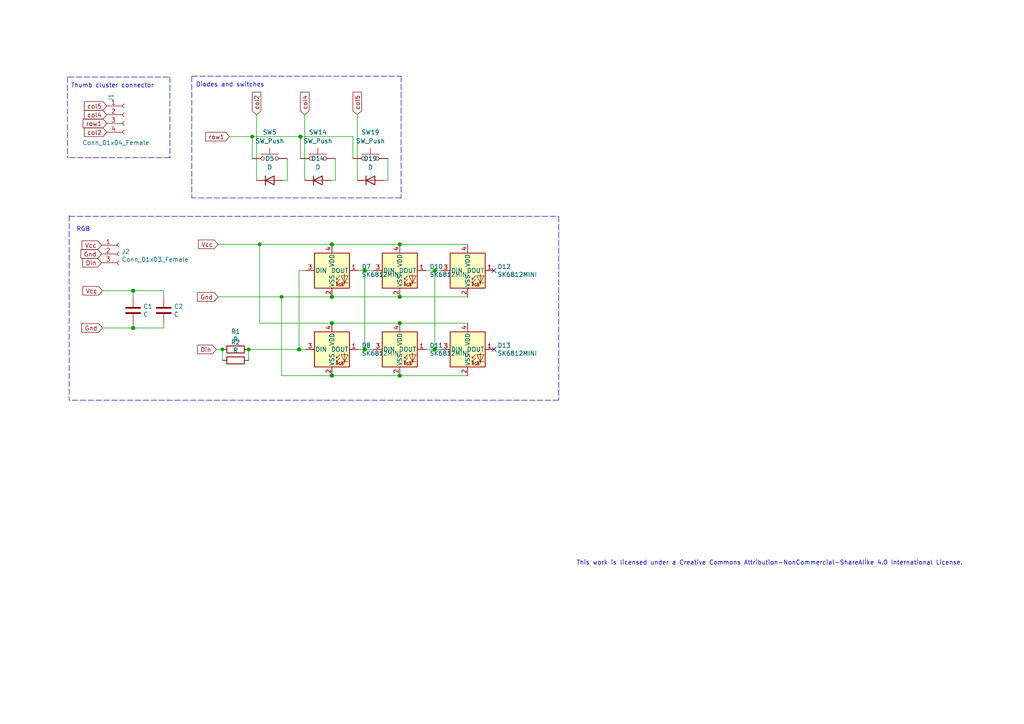
<source format=kicad_sch>
(kicad_sch (version 20211123) (generator eeschema)
  (paper "A4")
  (title_block (title "flex.sch") (date "2022-01-13") (rev "2.1") (company "bastard keyboards") (comment 3 "CC BY-NC-SA 4.0") (comment 4 "Copyright Quentin Lebastard 2022"))
  (lib_symbols
    (symbol "Connector:Conn_01x03_Female" (pin_names (offset 1.016) hide)
      (property "Reference" "J" (at 0 5.08 0))
      (property "Value" "Conn_01x03_Female" (at 0 -5.08 0))
      (symbol "Conn_01x03_Female_1_1"
        (arc (start 0 -2.032) (mid -0.508 -2.54) (end 0 -3.048) (stroke (width 0.1524)))
        (polyline (pts (xy -1.27 -2.54) (xy -0.508 -2.54)) (stroke (width 0.1524)))
        (polyline (pts (xy -1.27 0) (xy -0.508 0)) (stroke (width 0.1524)))
        (polyline (pts (xy -1.27 2.54) (xy -0.508 2.54)) (stroke (width 0.1524)))
        (arc (start 0 0.508) (mid -0.508 0) (end 0 -0.508) (stroke (width 0.1524)))
        (arc (start 0 3.048) (mid -0.508 2.54) (end 0 2.032) (stroke (width 0.1524)))
        (pin passive line (at -5.08 2.54 0) (length 3.81) (name "Pin_1") (number "1"))
        (pin passive line (at -5.08 0 0) (length 3.81) (name "Pin_2") (number "2"))
        (pin passive line (at -5.08 -2.54 0) (length 3.81) (name "Pin_3") (number "3"))
      )
    )
    (symbol "Connector:Conn_01x04_Female" (pin_names (offset 1.016) hide)
      (property "Reference" "J" (at 0 5.08 0))
      (property "Value" "Conn_01x04_Female" (at 0 -7.62 0))
      (symbol "Conn_01x04_Female_1_1"
        (arc (start 0 -4.572) (mid -0.508 -5.08) (end 0 -5.588) (stroke (width 0.1524)))
        (arc (start 0 -2.032) (mid -0.508 -2.54) (end 0 -3.048) (stroke (width 0.1524)))
        (polyline (pts (xy -1.27 -5.08) (xy -0.508 -5.08)) (stroke (width 0.1524)))
        (polyline (pts (xy -1.27 -2.54) (xy -0.508 -2.54)) (stroke (width 0.1524)))
        (polyline (pts (xy -1.27 0) (xy -0.508 0)) (stroke (width 0.1524)))
        (polyline (pts (xy -1.27 2.54) (xy -0.508 2.54)) (stroke (width 0.1524)))
        (arc (start 0 0.508) (mid -0.508 0) (end 0 -0.508) (stroke (width 0.1524)))
        (arc (start 0 3.048) (mid -0.508 2.54) (end 0 2.032) (stroke (width 0.1524)))
        (pin passive line (at -5.08 2.54 0) (length 3.81) (name "Pin_1") (number "1"))
        (pin passive line (at -5.08 0 0) (length 3.81) (name "Pin_2") (number "2"))
        (pin passive line (at -5.08 -2.54 0) (length 3.81) (name "Pin_3") (number "3"))
        (pin passive line (at -5.08 -5.08 0) (length 3.81) (name "Pin_4") (number "4"))
      )
    )
    (symbol "Device:C" (pin_numbers hide) (pin_names (offset 0.254))
      (property "Reference" "C" (at 0.635 2.54 0))
      (property "Value" "C" (at 0.635 -2.54 0))
      (symbol "C_0_1"
        (polyline (pts (xy -2.032 -0.762) (xy 2.032 -0.762)) (stroke (width 0.508)))
        (polyline (pts (xy -2.032 0.762) (xy 2.032 0.762)) (stroke (width 0.508)))
      )
      (symbol "C_1_1"
        (pin passive line (at 0 3.81 270) (length 2.794) (name "~") (number "1"))
        (pin passive line (at 0 -3.81 90) (length 2.794) (name "~") (number "2"))
      )
    )
    (symbol "Device:D" (pin_numbers hide) (pin_names hide)
      (property "Reference" "D" (at 0 2.54 0))
      (property "Value" "D" (at 0 -2.54 0))
      (symbol "D_0_1"
        (polyline (pts (xy -1.27 1.27) (xy -1.27 -1.27)) (stroke (width 0.254)))
        (polyline (pts (xy 1.27 0) (xy -1.27 0)))
        (polyline (pts (xy 1.27 1.27) (xy 1.27 -1.27) (xy -1.27 0) (xy 1.27 1.27)) (stroke (width 0.254)))
      )
      (symbol "D_1_1"
        (pin passive line (at -3.81 0 0) (length 2.54) (name "K") (number "1"))
        (pin passive line (at 3.81 0 180) (length 2.54) (name "A") (number "2"))
      )
    )
    (symbol "Device:R" (pin_numbers hide) (pin_names (offset 0))
      (property "Reference" "R" (at 2.032 0 90))
      (property "Value" "R" (at 0 0 90))
      (symbol "R_0_1"
        (rectangle (start -1.016 -2.54) (end 1.016 2.54) (stroke (width 0.254)))
      )
      (symbol "R_1_1"
        (pin passive line (at 0 3.81 270) (length 1.27) (name "~") (number "1"))
        (pin passive line (at 0 -3.81 90) (length 1.27) (name "~") (number "2"))
      )
    )
    (symbol "LED:SK6812MINI" (pin_names (offset 0.254))
      (property "Reference" "D" (at 5.08 5.715 0))
      (property "Value" "SK6812MINI" (at 1.27 -5.715 0))
      (symbol "SK6812MINI_0_0"
        (text "RGB" (at 2.286 -4.191 0) (effects (font (size 0.762 0.762))))
      )
      (symbol "SK6812MINI_0_1"
        (polyline (pts (xy 1.27 -3.556) (xy 1.778 -3.556)))
        (polyline (pts (xy 1.27 -2.54) (xy 1.778 -2.54)))
        (polyline (pts (xy 4.699 -3.556) (xy 2.667 -3.556)))
        (polyline (pts (xy 2.286 -2.54) (xy 1.27 -3.556) (xy 1.27 -3.048)))
        (polyline (pts (xy 2.286 -1.524) (xy 1.27 -2.54) (xy 1.27 -2.032)))
        (polyline (pts (xy 3.683 -1.016) (xy 3.683 -3.556) (xy 3.683 -4.064)))
        (polyline (pts (xy 4.699 -1.524) (xy 2.667 -1.524) (xy 3.683 -3.556) (xy 4.699 -1.524)))
        (rectangle (start 5.08 5.08) (end -5.08 -5.08) (stroke (width 0.254)) (fill (type background)))
      )
      (symbol "SK6812MINI_1_1"
        (pin output line (at 7.62 0 180) (length 2.54) (name "DOUT") (number "1"))
        (pin power_in line (at 0 -7.62 90) (length 2.54) (name "VSS") (number "2"))
        (pin input line (at -7.62 0 0) (length 2.54) (name "DIN") (number "3"))
        (pin power_in line (at 0 7.62 270) (length 2.54) (name "VDD") (number "4"))
      )
    )
    (symbol "Switch:SW_Push" (pin_numbers hide) (pin_names hide)
      (property "Reference" "SW" (at 1.27 2.54 0))
      (property "Value" "SW_Push" (at 0 -1.524 0))
      (symbol "SW_Push_0_1"
        (circle (center -2.032 0) (radius 0.508))
        (polyline (pts (xy 0 1.27) (xy 0 3.048)))
        (polyline (pts (xy 2.54 1.27) (xy -2.54 1.27)))
        (circle (center 2.032 0) (radius 0.508))
        (pin passive line (at -5.08 0 0) (length 2.54) (name "1") (number "1"))
        (pin passive line (at 5.08 0 180) (length 2.54) (name "2") (number "2"))
      )
    )
  )
  (junction (at 96.266 86.106) (diameter 1.016))
  (junction (at 115.951 108.966) (diameter 1.016))
  (junction (at 86.741 101.346) (diameter 1.016))
  (junction (at 105.791 101.346) (diameter 1.016))
  (junction (at 115.951 86.106) (diameter 1.016))
  (junction (at 87.122 39.624) (diameter 1.016))
  (junction (at 75.311 70.866))
  (junction (at 38.608 84.328) (diameter 1.016))
  (junction (at 115.951 70.866) (diameter 1.016))
  (junction (at 96.266 93.726) (diameter 1.016))
  (junction (at 73.152 39.624))
  (junction (at 115.951 93.726) (diameter 1.016))
  (junction (at 126.111 78.486) (diameter 1.016))
  (junction (at 126.111 101.346) (diameter 1.016))
  (junction (at 38.608 95.123) (diameter 1.016))
  (junction (at 96.266 108.966) (diameter 1.016))
  (junction (at 64.516 101.346))
  (junction (at 81.661 86.106))
  (junction (at 96.266 70.866) (diameter 1.016))
  (junction (at 105.791 78.486) (diameter 1.016))
  (junction (at 72.136 101.346))
  (no_connect (at 143.256 101.346))
  (no_connect (at 143.256 78.486))
  (polyline (pts (xy 20.066 62.738) (xy 162.052 62.738)))
  (wire (pts (xy 126.111 78.486) (xy 128.016 78.486)))
  (wire (pts (xy 115.951 108.966) (xy 135.636 108.966)))
  (wire (pts (xy 73.152 39.624) (xy 87.122 39.624)))
  (wire (pts (xy 126.111 101.346) (xy 128.016 101.346)))
  (wire (pts (xy 112.522 52.324) (xy 111.252 52.324)))
  (wire (pts (xy 83.312 45.974) (xy 83.312 52.324)))
  (wire (pts (xy 29.718 95.123) (xy 38.608 95.123)))
  (wire (pts (xy 81.661 86.106) (xy 96.266 86.106)))
  (polyline (pts (xy 55.626 22.098) (xy 55.626 57.404)))
  (wire (pts (xy 96.266 93.726) (xy 115.951 93.726)))
  (wire (pts (xy 96.266 70.866) (xy 115.951 70.866)))
  (wire (pts (xy 86.741 78.486) (xy 88.646 78.486)))
  (wire (pts (xy 63.246 86.106) (xy 81.661 86.106)))
  (wire (pts (xy 47.498 95.123) (xy 47.498 93.853)))
  (polyline (pts (xy 49.276 22.352) (xy 49.276 45.72)))
  (wire (pts (xy 74.422 33.274) (xy 74.422 52.324)))
  (wire (pts (xy 75.311 93.726) (xy 96.266 93.726)))
  (wire (pts (xy 62.738 101.346) (xy 64.516 101.346)))
  (wire (pts (xy 123.571 78.486) (xy 126.111 78.486)))
  (wire (pts (xy 73.152 39.624) (xy 73.152 45.974)))
  (wire (pts (xy 96.266 108.966) (xy 115.951 108.966)))
  (wire (pts (xy 103.886 101.346) (xy 105.791 101.346)))
  (polyline (pts (xy 162.052 116.078) (xy 20.066 116.078)))
  (wire (pts (xy 47.498 84.328) (xy 47.498 86.233)))
  (polyline (pts (xy 162.052 62.738) (xy 162.052 116.078)))
  (wire (pts (xy 87.122 39.624) (xy 102.362 39.624)))
  (wire (pts (xy 115.951 70.866) (xy 135.636 70.866)))
  (wire (pts (xy 75.311 70.866) (xy 75.311 93.726)))
  (polyline (pts (xy 19.812 22.352) (xy 49.276 22.352)))
  (wire (pts (xy 88.392 33.274) (xy 88.392 52.324)))
  (wire (pts (xy 38.608 84.328) (xy 47.498 84.328)))
  (wire (pts (xy 81.661 108.966) (xy 96.266 108.966)))
  (wire (pts (xy 126.111 78.486) (xy 126.111 101.346)))
  (wire (pts (xy 115.951 93.726) (xy 135.636 93.726)))
  (wire (pts (xy 81.661 108.966) (xy 81.661 86.106)))
  (wire (pts (xy 86.741 78.486) (xy 86.741 101.346)))
  (wire (pts (xy 38.608 84.328) (xy 38.608 86.233)))
  (wire (pts (xy 75.311 70.866) (xy 96.266 70.866)))
  (wire (pts (xy 97.282 52.324) (xy 96.012 52.324)))
  (polyline (pts (xy 116.332 57.404) (xy 55.626 57.404)))
  (wire (pts (xy 72.136 101.346) (xy 86.741 101.346)))
  (wire (pts (xy 96.266 86.106) (xy 115.951 86.106)))
  (wire (pts (xy 112.522 45.974) (xy 112.522 52.324)))
  (wire (pts (xy 29.718 84.328) (xy 38.608 84.328)))
  (wire (pts (xy 38.608 93.853) (xy 38.608 95.123)))
  (wire (pts (xy 105.791 78.486) (xy 105.791 101.346)))
  (wire (pts (xy 105.791 78.486) (xy 108.331 78.486)))
  (wire (pts (xy 103.886 78.486) (xy 105.791 78.486)))
  (wire (pts (xy 64.516 101.346) (xy 64.516 104.521)))
  (wire (pts (xy 115.951 86.106) (xy 135.636 86.106)))
  (wire (pts (xy 105.791 101.346) (xy 108.331 101.346)))
  (wire (pts (xy 38.608 95.123) (xy 47.498 95.123)))
  (wire (pts (xy 103.632 33.274) (xy 103.632 52.324)))
  (polyline (pts (xy 49.276 45.72) (xy 19.558 45.72)))
  (polyline (pts (xy 19.558 22.352) (xy 19.558 45.72)))
  (wire (pts (xy 86.741 101.346) (xy 88.646 101.346)))
  (wire (pts (xy 63.246 70.866) (xy 75.311 70.866)))
  (wire (pts (xy 102.362 39.624) (xy 102.362 45.974)))
  (wire (pts (xy 83.312 52.324) (xy 82.042 52.324)))
  (polyline (pts (xy 116.332 22.098) (xy 116.332 57.404)))
  (polyline (pts (xy 55.626 22.098) (xy 116.332 22.098)))
  (wire (pts (xy 66.548 39.624) (xy 73.152 39.624)))
  (wire (pts (xy 87.122 39.624) (xy 87.122 45.974)))
  (wire (pts (xy 72.136 104.521) (xy 72.136 101.346)))
  (wire (pts (xy 123.571 101.346) (xy 126.111 101.346)))
  (polyline (pts (xy 20.066 62.484) (xy 20.066 116.078)))
  (wire (pts (xy 97.282 45.974) (xy 97.282 52.324)))
  (text "Diodes and switches" (at 76.708 25.4 180) (effects (font (size 1.27 1.27)) (justify right bottom)))
  (text "This work is licensed under a Creative Commons Attribution-NonCommercial-ShareAlike 4.0 International License." (at 167.132 164.084 0) (effects (font (size 1.27 1.27)) (justify left bottom)))
  (text "RGB" (at 26.162 67.31 180) (effects (font (size 1.27 1.27)) (justify right bottom)))
  (text "Thumb cluster connector" (at 44.704 25.654 180) (effects (font (size 1.27 1.27)) (justify right bottom)))
  (global_label "Gnd" (shape input) (at 29.464 73.66 180) (property "Intersheet References" "${INTERSHEET_REFS}" (effects hide)))
  (global_label "Vcc" (shape input) (at 29.464 71.12 180) (property "Intersheet References" "${INTERSHEET_REFS}" (effects hide)))
  (global_label "col5" (shape input) (at 30.988 30.734 180) (property "Intersheet References" "${INTERSHEET_REFS}" (effects hide)))
  (global_label "row1" (shape input) (at 30.988 35.814 180) (property "Intersheet References" "${INTERSHEET_REFS}" (effects hide)))
  (global_label "col4" (shape input) (at 30.988 33.274 180) (property "Intersheet References" "${INTERSHEET_REFS}" (effects hide)))
  (global_label "Din" (shape input) (at 62.738 101.346 180) (property "Intersheet References" "${INTERSHEET_REFS}" (effects hide)))
  (global_label "Gnd" (shape input) (at 63.246 86.106 180) (property "Intersheet References" "${INTERSHEET_REFS}" (effects hide)))
  (global_label "Vcc" (shape input) (at 63.246 70.866 180) (property "Intersheet References" "${INTERSHEET_REFS}" (effects hide)))
  (global_label "col4" (shape input) (at 88.392 33.274 90) (property "Intersheet References" "${INTERSHEET_REFS}" (effects hide)))
  (global_label "col2" (shape input) (at 74.422 33.274 90) (property "Intersheet References" "${INTERSHEET_REFS}" (effects hide)))
  (global_label "Gnd" (shape input) (at 29.718 95.123 180) (property "Intersheet References" "${INTERSHEET_REFS}" (effects hide)))
  (global_label "Vcc" (shape input) (at 29.718 84.328 180) (property "Intersheet References" "${INTERSHEET_REFS}" (effects hide)))
  (global_label "col2" (shape input) (at 30.988 38.354 180) (property "Intersheet References" "${INTERSHEET_REFS}" (effects hide)))
  (global_label "row1" (shape input) (at 66.548 39.624 180) (property "Intersheet References" "${INTERSHEET_REFS}" (effects hide)))
  (global_label "col5" (shape input) (at 103.632 33.274 90) (property "Intersheet References" "${INTERSHEET_REFS}" (effects hide)))
  (global_label "Din" (shape input) (at 29.464 76.2 180) (property "Intersheet References" "${INTERSHEET_REFS}" (effects hide)))
  (symbol (lib_id "LED:SK6812MINI") (at 135.636 78.486 0) (unit 1)
    (property "Reference" "D12" (at 144.2721 77.3366 0) (effects (justify left)))
    (property "Value" "SK6812MINI" (at 144.2721 79.6353 0) (effects (justify left)))
    (property "Footprint" "libs2:YS-SK6812MINI-E_REVERSE" (effects hide))
    (property "Datasheet" "https://cdn-shop.adafruit.com/product-files/2686/SK6812MINI_REV.01-1-2.pdf" (effects hide))
  )
  (symbol (lib_id "Device:C") (at 38.608 90.043 0) (unit 1)
    (property "Reference" "C1" (at 41.5291 88.8936 0) (effects (justify left)))
    (property "Value" "C" (at 41.5291 91.1923 0) (effects (justify left)))
    (property "Footprint" "LED_SMD:LED_1206_3216Metric_Pad1.42x1.75mm_HandSolder" (effects hide))
  )
  (symbol (lib_id "LED:SK6812MINI") (at 115.951 78.486 0) (unit 1)
    (property "Reference" "D10" (at 124.5871 77.3366 0) (effects (justify left)))
    (property "Value" "SK6812MINI" (at 124.5871 79.6353 0) (effects (justify left)))
    (property "Footprint" "libs2:YS-SK6812MINI-E_REVERSE" (effects hide))
    (property "Datasheet" "https://cdn-shop.adafruit.com/product-files/2686/SK6812MINI_REV.01-1-2.pdf" (effects hide))
  )
  (symbol (lib_id "Device:D") (at 78.232 52.324 0) (unit 1)
    (property "Reference" "D5" (at 78.232 45.974 0))
    (property "Value" "D" (at 78.232 48.514 0))
    (property "Footprint" "custom:Diode_TH_SOD123" (effects hide))
  )
  (symbol (lib_id "Switch:SW_Push") (at 78.232 45.974 0) (unit 1)
    (property "Reference" "SW5" (at 78.232 38.354 0))
    (property "Value" "SW_Push" (at 78.232 40.894 0))
    (property "Footprint" "custom:SW_MX_reversible" (effects hide))
  )
  (symbol (lib_id "Device:C") (at 47.498 90.043 0) (unit 1)
    (property "Reference" "C2" (at 50.4191 88.8936 0) (effects (justify left)))
    (property "Value" "C" (at 50.4191 91.1923 0) (effects (justify left)))
    (property "Footprint" "LED_SMD:LED_1206_3216Metric_Pad1.42x1.75mm_HandSolder" (effects hide))
  )
  (symbol (lib_id "Switch:SW_Push") (at 92.202 45.974 0) (unit 1)
    (property "Reference" "SW14" (at 92.202 38.354 0))
    (property "Value" "SW_Push" (at 92.202 40.894 0))
    (property "Footprint" "custom:SW_MX_reversible" (effects hide))
  )
  (symbol (lib_id "Device:R") (at 68.326 101.346 270) (unit 1)
    (property "Reference" "R1" (at 68.326 96.1198 90))
    (property "Value" "R" (at 68.326 98.4185 90))
    (property "Footprint" "Resistor_SMD:R_1206_3216Metric_Pad1.42x1.75mm_HandSolder" (effects hide))
  )
  (symbol (lib_id "Connector:Conn_01x04_Female") (at 36.068 33.274 0) (unit 1)
    (property "Reference" "J1" (at 32.2262 29.5147 90) (effects (justify left)))
    (property "Value" "Conn_01x04_Female" (at 23.876 41.402 0) (effects (justify left)))
    (property "Footprint" "Connector_PinHeader_2.54mm:PinHeader_1x04_P2.54mm_Vertical" (effects hide))
  )
  (symbol (lib_id "LED:SK6812MINI") (at 96.266 101.346 0) (unit 1)
    (property "Reference" "D8" (at 104.9021 100.1966 0) (effects (justify left)))
    (property "Value" "SK6812MINI" (at 104.9021 102.4953 0) (effects (justify left)))
    (property "Footprint" "libs2:YS-SK6812MINI-E_REVERSE_NO_EDGECUT" (effects hide))
    (property "Datasheet" "https://cdn-shop.adafruit.com/product-files/2686/SK6812MINI_REV.01-1-2.pdf" (effects hide))
  )
  (symbol (lib_id "Device:D") (at 107.442 52.324 0) (unit 1)
    (property "Reference" "D19" (at 107.442 45.974 0))
    (property "Value" "D" (at 107.442 48.514 0))
    (property "Footprint" "custom:Diode_TH_SOD123" (effects hide))
  )
  (symbol (lib_id "LED:SK6812MINI") (at 115.951 101.346 0) (unit 1)
    (property "Reference" "D11" (at 124.5871 100.1966 0) (effects (justify left)))
    (property "Value" "SK6812MINI" (at 124.5871 102.4953 0) (effects (justify left)))
    (property "Footprint" "libs2:YS-SK6812MINI-E_REVERSE_NO_EDGECUT" (effects hide))
    (property "Datasheet" "https://cdn-shop.adafruit.com/product-files/2686/SK6812MINI_REV.01-1-2.pdf" (effects hide))
  )
  (symbol (lib_id "LED:SK6812MINI") (at 135.636 101.346 0) (unit 1)
    (property "Reference" "D13" (at 144.2721 100.1966 0) (effects (justify left)))
    (property "Value" "SK6812MINI" (at 144.2721 102.4953 0) (effects (justify left)))
    (property "Footprint" "libs2:YS-SK6812MINI-E_REVERSE_NO_EDGECUT" (effects hide))
    (property "Datasheet" "https://cdn-shop.adafruit.com/product-files/2686/SK6812MINI_REV.01-1-2.pdf" (effects hide))
  )
  (symbol (lib_id "LED:SK6812MINI") (at 96.266 78.486 0) (unit 1)
    (property "Reference" "D7" (at 104.9021 77.3366 0) (effects (justify left)))
    (property "Value" "SK6812MINI" (at 104.9021 79.6353 0) (effects (justify left)))
    (property "Footprint" "libs2:YS-SK6812MINI-E_REVERSE" (effects hide))
    (property "Datasheet" "https://cdn-shop.adafruit.com/product-files/2686/SK6812MINI_REV.01-1-2.pdf" (effects hide))
  )
  (symbol (lib_id "Switch:SW_Push") (at 107.442 45.974 0) (unit 1)
    (property "Reference" "SW19" (at 107.442 38.354 0))
    (property "Value" "SW_Push" (at 107.442 40.894 0))
    (property "Footprint" "custom:SW_MX_reversible" (effects hide))
  )
  (symbol (lib_id "Connector:Conn_01x03_Female") (at 34.544 73.66 0) (unit 1)
    (property "Reference" "J2" (at 35.2553 72.9678 0) (effects (justify left)))
    (property "Value" "Conn_01x03_Female" (at 35.2553 75.2665 0) (effects (justify left)))
    (property "Footprint" "Connector_PinHeader_2.54mm:PinHeader_1x03_P2.54mm_Vertical" (effects hide))
  )
  (symbol (lib_id "Device:D") (at 92.202 52.324 0) (unit 1)
    (property "Reference" "D14" (at 92.202 45.974 0))
    (property "Value" "D" (at 92.202 48.514 0))
    (property "Footprint" "custom:Diode_TH_SOD123" (effects hide))
  )
  (symbol (lib_id "Device:R") (at 68.326 104.521 270) (unit 1)
    (property "Reference" "R2" (at 68.326 99.2948 90))
    (property "Value" "R" (at 68.326 101.5935 90))
    (property "Footprint" "Resistor_SMD:R_1206_3216Metric_Pad1.42x1.75mm_HandSolder" (effects hide))
  )
)
</source>
